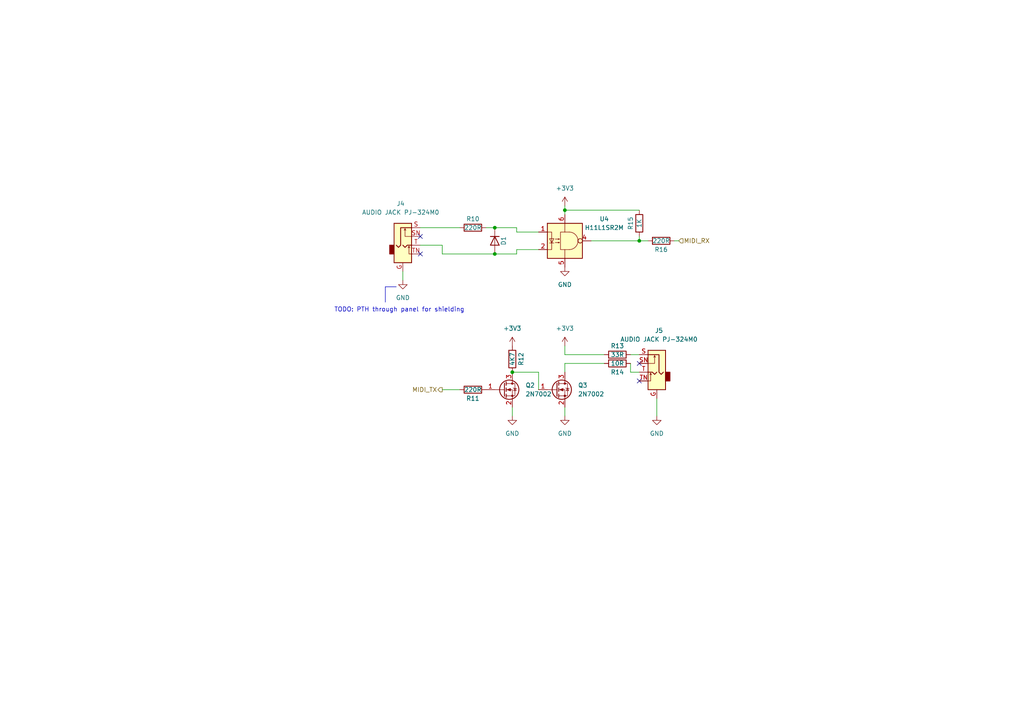
<source format=kicad_sch>
(kicad_sch (version 20231120) (generator "eeschema") (generator_version "8.0")
  (paper "A4")
  (lib_symbols
    (symbol "Connector:AudioJack2_Ground_Switch"
      (property "Reference" "J" (at 0 11.43 0))
      (property "Value" "AudioJack2_Ground_Switch" (at 0 8.89 0))
      (symbol "AudioJack2_Ground_Switch_0_1"
        (rectangle (start -2.54 -2.54) (end -3.81 0) (stroke (width 0.254)) (fill (type outline)))
        (rectangle (start 2.54 6.35) (end -2.54 -5.08) (stroke (width 0.254)) (fill (type background)))
      )
      (symbol "AudioJack2_Ground_Switch_1_1"
        (polyline (pts (xy 0.635 4.826) (xy 0.889 4.318)))
        (polyline (pts (xy 1.778 -0.254) (xy 2.032 -0.762)))
        (polyline (pts (xy 0 0) (xy 0.635 -0.635) (xy 1.27 0) (xy 2.54 0)) (stroke (width 0.254)))
        (polyline (pts (xy 2.54 -2.54) (xy 1.778 -2.54) (xy 1.778 -0.254) (xy 1.524 -0.762)))
        (polyline (pts (xy 2.54 2.54) (xy 0.635 2.54) (xy 0.635 4.826) (xy 0.381 4.318)))
        (polyline (pts (xy 2.54 5.08) (xy -0.635 5.08) (xy -0.635 0) (xy -1.27 -0.635) (xy -1.905 0)) (stroke (width 0.254)))
        (pin passive line (at 0 -7.62 90) (length 2.54) (name "~") (number "G"))
        (pin passive line (at 5.08 5.08 180) (length 2.54) (name "~") (number "S"))
        (pin passive line (at 5.08 2.54 180) (length 2.54) (name "~") (number "SN"))
        (pin passive line (at 5.08 0 180) (length 2.54) (name "~") (number "T"))
        (pin passive line (at 5.08 -2.54 180) (length 2.54) (name "~") (number "TN"))
      )
    )
    (symbol "Device:R" (pin_numbers hide) (pin_names (offset 0))
      (property "Reference" "R" (at 2.032 0 90))
      (property "Value" "R" (at 0 0 90))
      (symbol "R_0_1"
        (rectangle (start -1.016 -2.54) (end 1.016 2.54) (stroke (width 0.254)))
      )
      (symbol "R_1_1"
        (pin passive line (at 0 3.81 270) (length 1.27) (name "~") (number "1"))
        (pin passive line (at 0 -3.81 90) (length 1.27) (name "~") (number "2"))
      )
    )
    (symbol "Diode:US1G" (pin_numbers hide) (pin_names (offset 1.016) hide)
      (property "Reference" "D" (at 0 2.54 0))
      (property "Value" "US1G" (at 0 -2.54 0))
      (symbol "US1G_0_1"
        (polyline (pts (xy -1.27 1.27) (xy -1.27 -1.27)) (stroke (width 0.254)))
        (polyline (pts (xy 1.27 0) (xy -1.27 0)))
        (polyline (pts (xy 1.27 1.27) (xy 1.27 -1.27) (xy -1.27 0) (xy 1.27 1.27)) (stroke (width 0.254)))
      )
      (symbol "US1G_1_1"
        (pin passive line (at -3.81 0 0) (length 2.54) (name "K") (number "1"))
        (pin passive line (at 3.81 0 180) (length 2.54) (name "A") (number "2"))
      )
    )
    (symbol "Isolator:H11L1" (pin_names (offset 1.016))
      (property "Reference" "U" (at 1.27 8.89 0))
      (property "Value" "H11L1" (at 1.27 6.35 0))
      (symbol "H11L1_0_1"
        (rectangle (start -5.08 5.08) (end 5.08 -5.08) (stroke (width 0.254)) (fill (type background)))
        (polyline (pts (xy -4.445 -0.635) (xy -3.175 -0.635)))
        (polyline (pts (xy 0 2.54) (xy 0 5.08)))
        (polyline (pts (xy 0 -2.54) (xy 0 -5.08) (xy 0 -3.81)))
        (polyline (pts (xy -5.08 -2.54) (xy -3.81 -2.54) (xy -3.81 2.54) (xy -5.08 2.54)))
        (polyline (pts (xy -3.81 -0.635) (xy -4.445 0.635) (xy -3.175 0.635) (xy -3.81 -0.635)))
        (polyline (pts (xy 1.27 -2.54) (xy -1.27 -2.54) (xy -1.27 2.54) (xy 1.27 2.54)))
        (polyline (pts (xy -2.794 -0.508) (xy -1.524 -0.508) (xy -1.905 -0.635) (xy -1.905 -0.381) (xy -1.524 -0.508)))
        (polyline (pts (xy -2.794 0.508) (xy -1.524 0.508) (xy -1.905 0.381) (xy -1.905 0.635) (xy -1.524 0.508)))
        (arc (start 1.27 -2.54) (mid 3.799 0) (end 1.27 2.54))
      )
      (symbol "H11L1_1_1"
        (pin passive line (at -7.62 2.54 0) (length 2.54) (name "~") (number "1"))
        (pin passive line (at -7.62 -2.54 0) (length 2.54) (name "~") (number "2"))
        (pin no_connect line (at -5.08 0 0) (length 2.54) hide (name "~") (number "3"))
        (pin output inverted (at 7.62 0 180) (length 3.81) (name "~") (number "4"))
        (pin power_in line (at 0 -7.62 90) (length 2.54) (name "~") (number "5"))
        (pin power_in line (at 0 7.62 270) (length 2.54) (name "~") (number "6"))
      )
    )
    (symbol "Transistor_FET:2N7002" (pin_names hide)
      (property "Reference" "Q" (at 5.08 1.905 0))
      (property "Value" "2N7002" (at 5.08 0 0))
      (symbol "2N7002_0_1"
        (polyline (pts (xy 0.254 0) (xy -2.54 0)))
        (polyline (pts (xy 0.254 1.905) (xy 0.254 -1.905)) (stroke (width 0.254)))
        (polyline (pts (xy 0.762 -1.27) (xy 0.762 -2.286)) (stroke (width 0.254)))
        (polyline (pts (xy 0.762 0.508) (xy 0.762 -0.508)) (stroke (width 0.254)))
        (polyline (pts (xy 0.762 2.286) (xy 0.762 1.27)) (stroke (width 0.254)))
        (polyline (pts (xy 2.54 2.54) (xy 2.54 1.778)))
        (polyline (pts (xy 2.54 -2.54) (xy 2.54 0) (xy 0.762 0)))
        (polyline (pts (xy 0.762 -1.778) (xy 3.302 -1.778) (xy 3.302 1.778) (xy 0.762 1.778)))
        (polyline (pts (xy 1.016 0) (xy 2.032 0.381) (xy 2.032 -0.381) (xy 1.016 0)) (fill (type outline)))
        (polyline (pts (xy 2.794 0.508) (xy 2.921 0.381) (xy 3.683 0.381) (xy 3.81 0.254)))
        (polyline (pts (xy 3.302 0.381) (xy 2.921 -0.254) (xy 3.683 -0.254) (xy 3.302 0.381)))
        (circle (center 1.651 0) (radius 2.794) (stroke (width 0.254)))
        (circle (center 2.54 -1.778) (radius 0.254) (fill (type outline)))
        (circle (center 2.54 1.778) (radius 0.254) (fill (type outline)))
      )
      (symbol "2N7002_1_1"
        (pin input line (at -5.08 0 0) (length 2.54) (name "G") (number "1"))
        (pin passive line (at 2.54 -5.08 90) (length 2.54) (name "S") (number "2"))
        (pin passive line (at 2.54 5.08 270) (length 2.54) (name "D") (number "3"))
      )
    )
    (symbol "power:+3V3" (power) (pin_names (offset 0))
      (property "Value" "+3V3" (at 0 3.556 0))
      (symbol "+3V3_0_1"
        (polyline (pts (xy -0.762 1.27) (xy 0 2.54)))
        (polyline (pts (xy 0 0) (xy 0 2.54)))
        (polyline (pts (xy 0 2.54) (xy 0.762 1.27)))
      )
      (symbol "+3V3_1_1"
        (pin power_in line (at 0 0 90) (length 0) hide (name "+3V3") (number "1"))
      )
    )
    (symbol "power:GND" (power) (pin_names (offset 0))
      (property "Value" "GND" (at 0 -3.81 0))
      (symbol "GND_0_1"
        (polyline (pts (xy 0 0) (xy 0 -1.27) (xy 1.27 -1.27) (xy 0 -2.54) (xy -1.27 -1.27) (xy 0 -1.27)))
      )
      (symbol "GND_1_1"
        (pin power_in line (at 0 0 270) (length 0) hide (name "GND") (number "1"))
      )
    )
  )
  (junction (at 185.42 69.85))
  (junction (at 163.83 60.96))
  (junction (at 148.59 107.95))
  (junction (at 143.51 73.66))
  (junction (at 143.51 66.04))
  (no_connect (at 185.42 110.49))
  (no_connect (at 121.92 68.58))
  (no_connect (at 185.42 105.41))
  (no_connect (at 121.92 73.66))
  (wire (pts (xy 163.83 60.96) (xy 163.83 62.23)))
  (wire (pts (xy 121.92 66.04) (xy 133.35 66.04)))
  (wire (pts (xy 185.42 68.58) (xy 185.42 69.85)))
  (polyline (pts (xy 111.76 83.185) (xy 114.935 83.185)))
  (wire (pts (xy 163.83 59.69) (xy 163.83 60.96)))
  (wire (pts (xy 149.86 73.66) (xy 149.86 72.39)))
  (wire (pts (xy 156.21 113.03) (xy 156.21 107.95)))
  (wire (pts (xy 148.59 118.11) (xy 148.59 120.65)))
  (wire (pts (xy 140.97 66.04) (xy 143.51 66.04)))
  (wire (pts (xy 163.83 105.41) (xy 163.83 107.95)))
  (wire (pts (xy 128.27 73.66) (xy 143.51 73.66)))
  (wire (pts (xy 182.88 105.41) (xy 182.88 107.95)))
  (wire (pts (xy 163.83 118.11) (xy 163.83 120.65)))
  (wire (pts (xy 143.51 66.04) (xy 149.86 66.04)))
  (polyline (pts (xy 111.76 87.63) (xy 111.76 83.185)))
  (wire (pts (xy 128.27 71.12) (xy 121.92 71.12)))
  (wire (pts (xy 149.86 67.31) (xy 156.21 67.31)))
  (wire (pts (xy 149.86 72.39) (xy 156.21 72.39)))
  (wire (pts (xy 175.26 102.87) (xy 163.83 102.87)))
  (wire (pts (xy 195.58 69.85) (xy 196.85 69.85)))
  (wire (pts (xy 182.88 107.95) (xy 185.42 107.95)))
  (wire (pts (xy 171.45 69.85) (xy 185.42 69.85)))
  (wire (pts (xy 163.83 60.96) (xy 185.42 60.96)))
  (wire (pts (xy 185.42 69.85) (xy 187.96 69.85)))
  (wire (pts (xy 190.5 120.65) (xy 190.5 115.57)))
  (wire (pts (xy 156.21 107.95) (xy 148.59 107.95)))
  (wire (pts (xy 143.51 73.66) (xy 149.86 73.66)))
  (wire (pts (xy 149.86 66.04) (xy 149.86 67.31)))
  (wire (pts (xy 128.27 73.66) (xy 128.27 71.12)))
  (wire (pts (xy 185.42 102.87) (xy 182.88 102.87)))
  (wire (pts (xy 116.84 81.28) (xy 116.84 78.74)))
  (wire (pts (xy 133.35 113.03) (xy 128.27 113.03)))
  (wire (pts (xy 175.26 105.41) (xy 163.83 105.41)))
  (wire (pts (xy 163.83 102.87) (xy 163.83 100.33)))
  (text "TODO: PTH through panel for shielding" (at 115.824 89.916 0) (effects (font (size 1.27 1.27))))
  (hierarchical_label "MIDI_TX" (shape output) (at 128.27 113.03 180))
  (hierarchical_label "MIDI_RX" (shape input) (at 196.85 69.85 0))
  (symbol (lib_id "Diode:US1G") (at 143.51 69.85 270) (unit 1)
    (property "Reference" "D1" (at 146.05 69.85 0))
    (property "Value" "1N4007FL" (effects (hide yes)))
    (property "Footprint" "Diode_SMD:D_SOD-123F" (effects (hide yes)))
    (property "Datasheet" "https://www.diodes.com/assets/Datasheets/ds16008.pdf" (effects (hide yes)))
    (property "dig#" "1655-1N4007FLCT-ND" (effects (hide yes)))
    (property "mfg#" "1N4007FL" (effects (hide yes)))
    (property "lcsc#" "C493190" (effects (hide yes)))
  )
  (symbol (lib_id "Device:R") (at 179.07 105.41 270) (mirror x) (unit 1)
    (property "Reference" "R14" (at 179.07 107.95 90))
    (property "Value" "10R" (at 179.07 105.41 90))
    (property "Footprint" "Resistor_SMD:R_0402_1005Metric" (effects (hide yes)))
    (property "PN" "RC0402FR-0710RL" (effects (hide yes)))
    (property "lcsc#" " C25077" (effects (hide yes)))
  )
  (symbol (lib_id "Device:R") (at 148.59 104.14 0) (mirror x) (unit 1)
    (property "Reference" "R12" (at 151.13 104.14 90))
    (property "Value" "4K7" (at 148.59 104.14 90))
    (property "Footprint" "Resistor_SMD:R_0402_1005Metric" (effects (hide yes)))
    (property "PN" "RC0402FR-074K7L" (effects (hide yes)))
    (property "lcsc#" " C25900" (effects (hide yes)))
  )
  (symbol (lib_id "power:GND") (at 163.83 77.47 0) (unit 1)
    (property "Reference" "#PWR018" (effects (hide yes)))
    (property "Value" "GND" (at 163.83 82.55 0))
  )
  (symbol (lib_id "power:GND") (at 148.59 120.65 0) (mirror y) (unit 1)
    (property "Reference" "#PWR016" (effects (hide yes)))
    (property "Value" "GND" (at 148.59 125.73 0))
  )
  (symbol (lib_id "Transistor_FET:2N7002") (at 161.29 113.03 0) (unit 1)
    (property "Reference" "Q3" (at 167.64 111.76 0) (effects (justify left)))
    (property "Value" "2N7002" (at 167.64 114.3 0) (effects (justify left)))
    (property "Footprint" "Package_TO_SOT_SMD:SOT-23" (effects (hide yes)))
    (property "Datasheet" "https://www.onsemi.com/pub/Collateral/NDS7002A-D.PDF" (effects (hide yes)))
    (property "PN" "2N7002ET1G" (effects (hide yes)))
    (property "lcsc#" "C71533" (effects (hide yes)))
  )
  (symbol (lib_id "power:+3V3") (at 163.83 100.33 0) (mirror y) (unit 1)
    (property "Reference" "#PWR019" (effects (hide yes)))
    (property "Value" "+3V3" (at 163.83 95.25 0))
  )
  (symbol (lib_id "power:GND") (at 190.5 120.65 0) (mirror y) (unit 1)
    (property "Reference" "#PWR074" (effects (hide yes)))
    (property "Value" "GND" (at 190.5 125.73 0))
  )
  (symbol (lib_id "power:GND") (at 116.84 81.28 0) (mirror y) (unit 1)
    (property "Reference" "#PWR075" (effects (hide yes)))
    (property "Value" "GND" (at 116.84 86.36 0))
  )
  (symbol (lib_id "Device:R") (at 185.42 64.77 180) (unit 1)
    (property "Reference" "R15" (at 182.88 64.77 90))
    (property "Value" "1K" (at 185.42 64.77 90))
    (property "Footprint" "Resistor_SMD:R_0402_1005Metric" (effects (hide yes)))
    (property "PN" "RC0402FR-071KL" (effects (hide yes)))
    (property "lcsc#" " C11702" (effects (hide yes)))
  )
  (symbol (lib_id "Device:R") (at 137.16 66.04 90) (unit 1)
    (property "Reference" "R10" (at 137.16 63.5 90))
    (property "Value" "220R" (at 137.16 66.04 90))
    (property "Footprint" "Resistor_SMD:R_0402_1005Metric" (effects (hide yes)))
    (property "PN" "RC0402FR-07220RL" (effects (hide yes)))
    (property "lcsc#" " C25091" (effects (hide yes)))
  )
  (symbol (lib_id "power:GND") (at 163.83 120.65 0) (mirror y) (unit 1)
    (property "Reference" "#PWR020" (effects (hide yes)))
    (property "Value" "GND" (at 163.83 125.73 0))
  )
  (symbol (lib_id "Device:R") (at 137.16 113.03 90) (mirror x) (unit 1)
    (property "Reference" "R11" (at 137.16 115.57 90))
    (property "Value" "220R" (at 137.16 113.03 90))
    (property "Footprint" "Resistor_SMD:R_0402_1005Metric" (effects (hide yes)))
    (property "PN" "RC0402FR-07220RL" (effects (hide yes)))
    (property "lcsc#" " C25091" (effects (hide yes)))
  )
  (symbol (lib_id "Transistor_FET:2N7002") (at 146.05 113.03 0) (unit 1)
    (property "Reference" "Q2" (at 152.4 111.76 0) (effects (justify left)))
    (property "Value" "2N7002" (at 152.4 114.3 0) (effects (justify left)))
    (property "Footprint" "Package_TO_SOT_SMD:SOT-23" (effects (hide yes)))
    (property "Datasheet" "https://www.onsemi.com/pub/Collateral/NDS7002A-D.PDF" (effects (hide yes)))
    (property "PN" "2N7002ET1G" (effects (hide yes)))
    (property "lcsc#" "C71533" (effects (hide yes)))
  )
  (symbol (lib_id "Isolator:H11L1") (at 163.83 69.85 0) (unit 1)
    (property "Reference" "U4" (at 175.26 63.5 0))
    (property "Value" "H11L1SR2M" (at 175.26 66.04 0))
    (property "Footprint" "Package_DIP:DIP-6_W8.89mm_SMDSocket_LongPads" (effects (hide yes)))
    (property "Datasheet" "https://datasheet.lcsc.com/lcsc/1810271613_onsemi-H11L1SR2M_C20082.pdf" (effects (hide yes)))
    (property "PN" "H11L1SR2M" (effects (hide yes)))
    (property "lcsc#" "C20082" (effects (hide yes)))
  )
  (symbol (lib_id "power:+3V3") (at 163.83 59.69 0) (unit 1)
    (property "Reference" "#PWR017" (effects (hide yes)))
    (property "Value" "+3V3" (at 163.83 54.61 0))
  )
  (symbol (lib_id "power:+3V3") (at 148.59 100.33 0) (mirror y) (unit 1)
    (property "Reference" "#PWR015" (effects (hide yes)))
    (property "Value" "+3V3" (at 148.59 95.25 0))
  )
  (symbol (lib_id "Connector:AudioJack2_Ground_Switch") (at 190.5 107.95 0) (mirror y) (unit 1)
    (property "Reference" "J5" (at 191.135 95.885 0))
    (property "Value" "AUDIO JACK PJ-324M0" (at 191.135 98.425 0))
    (property "Footprint" "pj3410:pj324m" (effects (hide yes)))
    (property "Datasheet" "https://datasheet.lcsc.com/lcsc/2110120730_XKB-Connectivity-PJ-324M0_C2884986.pdf" (effects (hide yes)))
    (property "lcsc#" "C2884986" (effects (hide yes)))
    (property "mfg#" "PJ-324M0" (effects (hide yes)))
  )
  (symbol (lib_id "Device:R") (at 191.77 69.85 270) (unit 1)
    (property "Reference" "R16" (at 191.77 72.39 90))
    (property "Value" "220R" (at 191.77 69.85 90))
    (property "Footprint" "Resistor_SMD:R_0402_1005Metric" (effects (hide yes)))
    (property "PN" "RC0402FR-07220RL" (effects (hide yes)))
    (property "lcsc#" " C25091" (effects (hide yes)))
  )
  (symbol (lib_id "Connector:AudioJack2_Ground_Switch") (at 116.84 71.12 0) (unit 1)
    (property "Reference" "J4" (at 116.205 59.055 0))
    (property "Value" "AUDIO JACK PJ-324M0" (at 116.205 61.595 0))
    (property "Footprint" "pj3410:pj324m" (effects (hide yes)))
    (property "Datasheet" "https://datasheet.lcsc.com/lcsc/2110120730_XKB-Connectivity-PJ-324M0_C2884986.pdf" (effects (hide yes)))
    (property "lcsc#" "C2884986" (effects (hide yes)))
    (property "mfg#" "PJ-324M0" (effects (hide yes)))
  )
  (symbol (lib_id "Device:R") (at 179.07 102.87 270) (mirror x) (unit 1)
    (property "Reference" "R13" (at 179.07 100.33 90))
    (property "Value" "33R" (at 179.07 102.87 90))
    (property "Footprint" "Resistor_SMD:R_0402_1005Metric" (effects (hide yes)))
    (property "PN" "RC0402FR-0733RL" (effects (hide yes)))
    (property "lcsc#" "C25105" (effects (hide yes)))
  )
)
</source>
